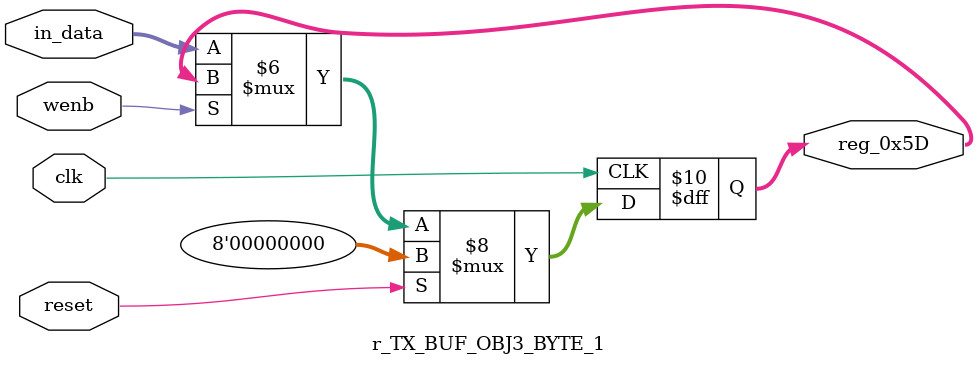
<source format=v>
module r_TX_BUF_OBJ3_BYTE_1(output reg [7:0] reg_0x5D, input wire reset, input wire wenb, input wire [7:0] in_data, input wire clk);
	always@(posedge clk)
	begin
		if(reset==0) begin
			if(wenb==0)
				reg_0x5D<=in_data;
			else
				reg_0x5D<=reg_0x5D;
		end
		else
			reg_0x5D<=8'h00;
	end
endmodule
</source>
